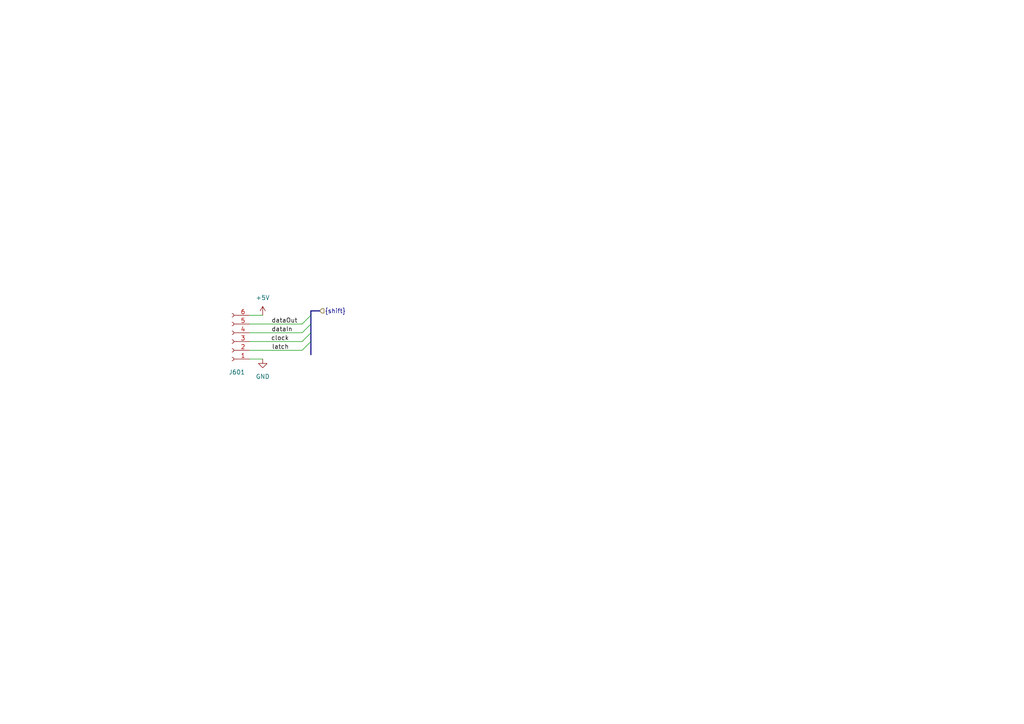
<source format=kicad_sch>
(kicad_sch (version 20231120) (generator "eeschema") (generator_version "8.0")
  (paper "A4")
  (lib_symbols
    (symbol "Connector:Conn_01x06_Socket" (pin_names (offset 1.016) hide)
      (property "Reference" "J" (at 0 7.62 0))
      (property "Value" "Conn_01x06_Socket" (at 0 -10.16 0))
      (symbol "Conn_01x06_Socket_1_1"
        (arc (start 0 -7.112) (mid -0.5058 -7.62) (end 0 -8.128) (stroke (width 0.1524)))
        (arc (start 0 -4.572) (mid -0.5058 -5.08) (end 0 -5.588) (stroke (width 0.1524)))
        (arc (start 0 -2.032) (mid -0.5058 -2.54) (end 0 -3.048) (stroke (width 0.1524)))
        (polyline (pts (xy -1.27 -7.62) (xy -0.508 -7.62)) (stroke (width 0.1524)))
        (polyline (pts (xy -1.27 -5.08) (xy -0.508 -5.08)) (stroke (width 0.1524)))
        (polyline (pts (xy -1.27 -2.54) (xy -0.508 -2.54)) (stroke (width 0.1524)))
        (polyline (pts (xy -1.27 0) (xy -0.508 0)) (stroke (width 0.1524)))
        (polyline (pts (xy -1.27 2.54) (xy -0.508 2.54)) (stroke (width 0.1524)))
        (polyline (pts (xy -1.27 5.08) (xy -0.508 5.08)) (stroke (width 0.1524)))
        (arc (start 0 0.508) (mid -0.5058 0) (end 0 -0.508) (stroke (width 0.1524)))
        (arc (start 0 3.048) (mid -0.5058 2.54) (end 0 2.032) (stroke (width 0.1524)))
        (arc (start 0 5.588) (mid -0.5058 5.08) (end 0 4.572) (stroke (width 0.1524)))
        (pin passive line (at -5.08 5.08 0) (length 3.81) (name "Pin_1") (number "1"))
        (pin passive line (at -5.08 2.54 0) (length 3.81) (name "Pin_2") (number "2"))
        (pin passive line (at -5.08 0 0) (length 3.81) (name "Pin_3") (number "3"))
        (pin passive line (at -5.08 -2.54 0) (length 3.81) (name "Pin_4") (number "4"))
        (pin passive line (at -5.08 -5.08 0) (length 3.81) (name "Pin_5") (number "5"))
        (pin passive line (at -5.08 -7.62 0) (length 3.81) (name "Pin_6") (number "6"))
      )
    )
    (symbol "power:+5V" (power) (pin_numbers hide) (pin_names (offset 0) hide)
      (property "Value" "+5V" (at 0 3.556 0))
      (symbol "+5V_0_1"
        (polyline (pts (xy -0.762 1.27) (xy 0 2.54)))
        (polyline (pts (xy 0 0) (xy 0 2.54)))
        (polyline (pts (xy 0 2.54) (xy 0.762 1.27)))
      )
      (symbol "+5V_1_1"
        (pin power_in line (at 0 0 90) (length 0) (name "~") (number "1"))
      )
    )
    (symbol "power:GND" (power) (pin_names (offset 0))
      (property "Value" "GND" (at 0 -3.81 0))
      (symbol "GND_0_1"
        (polyline (pts (xy 0 0) (xy 0 -1.27) (xy 1.27 -1.27) (xy 0 -2.54) (xy -1.27 -1.27) (xy 0 -1.27)))
      )
      (symbol "GND_1_1"
        (pin power_in line (at 0 0 270) (length 0) hide (name "GND") (number "1"))
      )
    )
  )
  (bus_entry (at 90.17 96.52) (size -2.54 2.54))
  (bus_entry (at 90.17 99.06) (size -2.54 2.54))
  (bus_entry (at 90.17 91.44) (size -2.54 2.54))
  (bus_entry (at 90.17 93.98) (size -2.54 2.54))
  (bus (pts (xy 90.17 90.17) (xy 90.17 91.44)))
  (wire (pts (xy 76.2 104.14) (xy 72.39 104.14)))
  (bus (pts (xy 90.17 93.98) (xy 90.17 96.52)))
  (bus (pts (xy 90.17 99.06) (xy 90.17 102.87)))
  (bus (pts (xy 92.71 90.17) (xy 90.17 90.17)))
  (wire (pts (xy 87.63 101.6) (xy 72.39 101.6)))
  (bus (pts (xy 90.17 96.52) (xy 90.17 99.06)))
  (wire (pts (xy 72.39 96.52) (xy 87.63 96.52)))
  (wire (pts (xy 87.63 99.06) (xy 72.39 99.06)))
  (wire (pts (xy 76.2 91.44) (xy 72.39 91.44)))
  (wire (pts (xy 72.39 93.98) (xy 87.63 93.98)))
  (bus (pts (xy 90.17 91.44) (xy 90.17 93.98)))
  (label "dataOut" (at 78.74 93.98 0))
  (label "latch" (at 83.82 101.6 180))
  (label "dataIn" (at 78.74 96.52 0))
  (label "clock" (at 83.82 99.06 180))
  (hierarchical_label "{shift}" (shape input) (at 92.71 90.17 0))
  (symbol (lib_id "Connector:Conn_01x06_Socket") (at 67.31 99.06 180) (unit 1)
    (property "Reference" "J601" (at 71.12 107.95 0) (effects (justify left)))
    (property "Value" "Conn_01x06_Socket" (effects (hide yes)))
    (property "Footprint" "Connector_PinSocket_2.54mm:PinSocket_1x06_P2.54mm_Horizontal" (effects (hide yes)))
  )
  (symbol (lib_id "power:+5V") (at 76.2 91.44 0) (unit 1)
    (property "Reference" "#PWR0601" (effects (hide yes)))
    (property "Value" "+5V" (at 76.2 86.36 0))
    (property "Description" "Power symbol creates a global label with name \"+5V\"" (effects (hide yes)))
  )
  (symbol (lib_id "power:GND") (at 76.2 104.14 0) (mirror y) (unit 1)
    (property "Reference" "#PWR0602" (effects (hide yes)))
    (property "Value" "GND" (at 76.2 109.22 0))
  )
)
</source>
